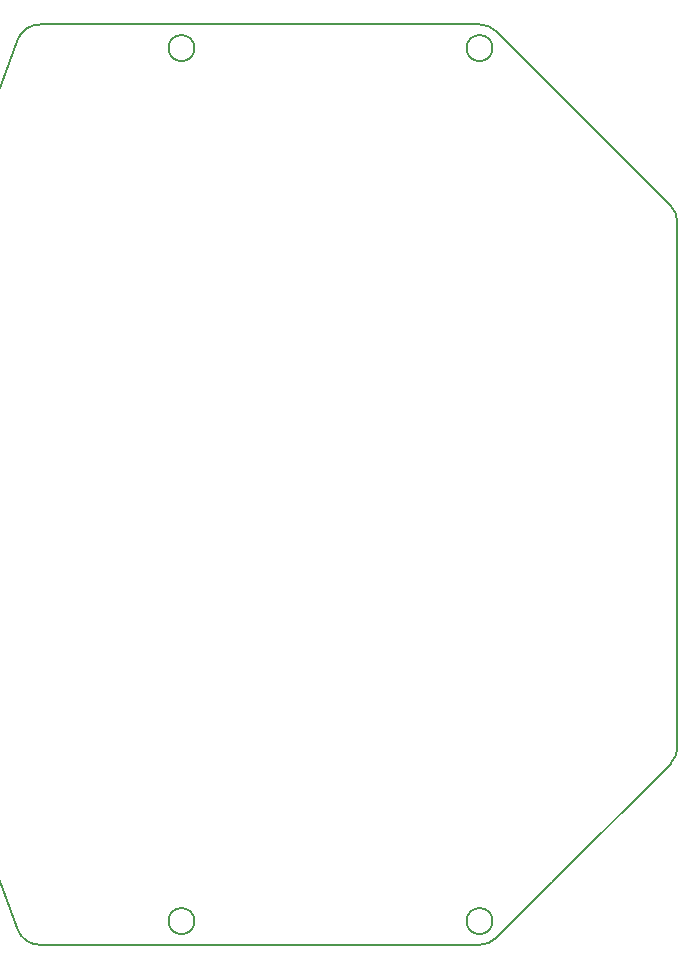
<source format=gbr>
%TF.GenerationSoftware,KiCad,Pcbnew,7.0.9*%
%TF.CreationDate,2024-06-22T14:55:11+09:00*%
%TF.ProjectId,Main,4d61696e-2e6b-4696-9361-645f70636258,rev?*%
%TF.SameCoordinates,Original*%
%TF.FileFunction,Profile,NP*%
%FSLAX46Y46*%
G04 Gerber Fmt 4.6, Leading zero omitted, Abs format (unit mm)*
G04 Created by KiCad (PCBNEW 7.0.9) date 2024-06-22 14:55:11*
%MOMM*%
%LPD*%
G01*
G04 APERTURE LIST*
%TA.AperFunction,Profile*%
%ADD10C,0.200000*%
%TD*%
G04 APERTURE END LIST*
D10*
X161628002Y-124644241D02*
G75*
G03*
X161628002Y-124644241I-1100000J0D01*
G01*
X136388485Y-50730051D02*
G75*
G03*
X136388485Y-50730051I-1100000J0D01*
G01*
X137628506Y-126644241D02*
X160528002Y-126644241D01*
X123288485Y-48730069D02*
G75*
G03*
X121427187Y-49998227I15J-2000031D01*
G01*
X161942223Y-49315827D02*
G75*
G03*
X160528000Y-48730051I-1414223J-1414273D01*
G01*
X166649376Y-121351294D02*
X176698300Y-111302371D01*
X136388485Y-124644243D02*
G75*
G03*
X136388485Y-124644243I-1100000J0D01*
G01*
X123288485Y-126644243D02*
X137628506Y-126644241D01*
X177284086Y-109888157D02*
X177284086Y-65486137D01*
X176698318Y-111302389D02*
G75*
G03*
X177284086Y-109888157I-1414218J1414189D01*
G01*
X161942215Y-126058455D02*
X166649376Y-121351294D01*
X137628506Y-48730053D02*
X123288485Y-48730051D01*
X160528000Y-48730051D02*
X137628506Y-48730053D01*
X160528002Y-126644230D02*
G75*
G03*
X161942215Y-126058455I-2J2000030D01*
G01*
X121427188Y-49998228D02*
G75*
G03*
X121427186Y-125376067I95856892J-37688922D01*
G01*
X177284064Y-65486137D02*
G75*
G03*
X176698300Y-64071923I-1999964J37D01*
G01*
X121427174Y-125376072D02*
G75*
G03*
X123288485Y-126644243I1861326J731872D01*
G01*
X176698300Y-64071923D02*
X161942213Y-49315837D01*
X161628000Y-50730051D02*
G75*
G03*
X161628000Y-50730051I-1100000J0D01*
G01*
M02*

</source>
